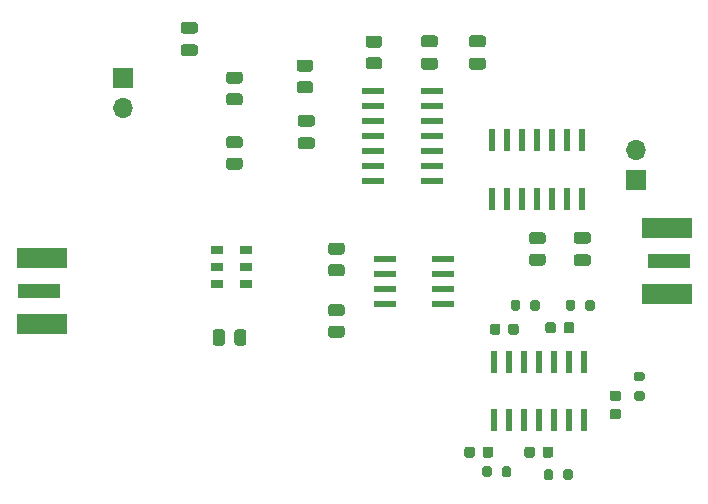
<source format=gbr>
%TF.GenerationSoftware,KiCad,Pcbnew,(5.1.9)-1*%
%TF.CreationDate,2021-02-11T15:57:48-05:00*%
%TF.ProjectId,DemodulatorCircuit,44656d6f-6475-46c6-9174-6f7243697263,rev?*%
%TF.SameCoordinates,Original*%
%TF.FileFunction,Soldermask,Top*%
%TF.FilePolarity,Negative*%
%FSLAX46Y46*%
G04 Gerber Fmt 4.6, Leading zero omitted, Abs format (unit mm)*
G04 Created by KiCad (PCBNEW (5.1.9)-1) date 2021-02-11 15:57:48*
%MOMM*%
%LPD*%
G01*
G04 APERTURE LIST*
%ADD10R,0.600000X1.970000*%
%ADD11R,1.050000X0.800000*%
%ADD12R,1.970000X0.600000*%
%ADD13R,4.200000X1.750000*%
%ADD14R,3.600000X1.270000*%
%ADD15O,1.700000X1.700000*%
%ADD16R,1.700000X1.700000*%
G04 APERTURE END LIST*
D10*
%TO.C,U4*%
X74041000Y-56516500D03*
X75311000Y-56516500D03*
X76581000Y-56516500D03*
X77851000Y-56516500D03*
X79121000Y-56516500D03*
X80391000Y-56516500D03*
X81661000Y-56516500D03*
X81661000Y-61466500D03*
X80391000Y-61466500D03*
X79121000Y-61466500D03*
X77851000Y-61466500D03*
X76581000Y-61466500D03*
X75311000Y-61466500D03*
X74041000Y-61466500D03*
%TD*%
D11*
%TO.C,U3*%
X53064000Y-47114000D03*
X53064000Y-48514000D03*
X53064000Y-49914000D03*
X50614000Y-49914000D03*
X50614000Y-48514000D03*
X50614000Y-47114000D03*
%TD*%
D12*
%TO.C,U2*%
X68769000Y-33655000D03*
X68769000Y-34925000D03*
X68769000Y-36195000D03*
X68769000Y-37465000D03*
X68769000Y-38735000D03*
X68769000Y-40005000D03*
X68769000Y-41275000D03*
X63819000Y-41275000D03*
X63819000Y-40005000D03*
X63819000Y-38735000D03*
X63819000Y-37465000D03*
X63819000Y-36195000D03*
X63819000Y-34925000D03*
X63819000Y-33655000D03*
%TD*%
%TO.C,U1*%
X69780000Y-47879000D03*
X69780000Y-49149000D03*
X69780000Y-50419000D03*
X69780000Y-51689000D03*
X64840000Y-51689000D03*
X64840000Y-50419000D03*
X64840000Y-49149000D03*
X64840000Y-47879000D03*
%TD*%
D13*
%TO.C,J3*%
X88700000Y-45181000D03*
X88700000Y-50831000D03*
D14*
X88900000Y-48006000D03*
%TD*%
D13*
%TO.C,J1*%
X35760000Y-53371000D03*
X35760000Y-47721000D03*
D14*
X35560000Y-50546000D03*
%TD*%
D10*
%TO.C,IC2*%
X73914000Y-37784000D03*
X75184000Y-37784000D03*
X76454000Y-37784000D03*
X77724000Y-37784000D03*
X78994000Y-37784000D03*
X80264000Y-37784000D03*
X81534000Y-37784000D03*
X81534000Y-42734000D03*
X80264000Y-42734000D03*
X78994000Y-42734000D03*
X77724000Y-42734000D03*
X76454000Y-42734000D03*
X75184000Y-42734000D03*
X73914000Y-42734000D03*
%TD*%
%TO.C,R_Inv_1*%
G36*
G01*
X74720000Y-66124500D02*
X74720000Y-65574500D01*
G75*
G02*
X74920000Y-65374500I200000J0D01*
G01*
X75320000Y-65374500D01*
G75*
G02*
X75520000Y-65574500I0J-200000D01*
G01*
X75520000Y-66124500D01*
G75*
G02*
X75320000Y-66324500I-200000J0D01*
G01*
X74920000Y-66324500D01*
G75*
G02*
X74720000Y-66124500I0J200000D01*
G01*
G37*
G36*
G01*
X73070000Y-66124500D02*
X73070000Y-65574500D01*
G75*
G02*
X73270000Y-65374500I200000J0D01*
G01*
X73670000Y-65374500D01*
G75*
G02*
X73870000Y-65574500I0J-200000D01*
G01*
X73870000Y-66124500D01*
G75*
G02*
X73670000Y-66324500I-200000J0D01*
G01*
X73270000Y-66324500D01*
G75*
G02*
X73070000Y-66124500I0J200000D01*
G01*
G37*
%TD*%
%TO.C,C_Inv_5*%
G36*
G01*
X84078000Y-60523000D02*
X84578000Y-60523000D01*
G75*
G02*
X84803000Y-60748000I0J-225000D01*
G01*
X84803000Y-61198000D01*
G75*
G02*
X84578000Y-61423000I-225000J0D01*
G01*
X84078000Y-61423000D01*
G75*
G02*
X83853000Y-61198000I0J225000D01*
G01*
X83853000Y-60748000D01*
G75*
G02*
X84078000Y-60523000I225000J0D01*
G01*
G37*
G36*
G01*
X84078000Y-58973000D02*
X84578000Y-58973000D01*
G75*
G02*
X84803000Y-59198000I0J-225000D01*
G01*
X84803000Y-59648000D01*
G75*
G02*
X84578000Y-59873000I-225000J0D01*
G01*
X84078000Y-59873000D01*
G75*
G02*
X83853000Y-59648000I0J225000D01*
G01*
X83853000Y-59198000D01*
G75*
G02*
X84078000Y-58973000I225000J0D01*
G01*
G37*
%TD*%
%TO.C,C_Inv_4*%
G36*
G01*
X74605000Y-53534500D02*
X74605000Y-54034500D01*
G75*
G02*
X74380000Y-54259500I-225000J0D01*
G01*
X73930000Y-54259500D01*
G75*
G02*
X73705000Y-54034500I0J225000D01*
G01*
X73705000Y-53534500D01*
G75*
G02*
X73930000Y-53309500I225000J0D01*
G01*
X74380000Y-53309500D01*
G75*
G02*
X74605000Y-53534500I0J-225000D01*
G01*
G37*
G36*
G01*
X76155000Y-53534500D02*
X76155000Y-54034500D01*
G75*
G02*
X75930000Y-54259500I-225000J0D01*
G01*
X75480000Y-54259500D01*
G75*
G02*
X75255000Y-54034500I0J225000D01*
G01*
X75255000Y-53534500D01*
G75*
G02*
X75480000Y-53309500I225000J0D01*
G01*
X75930000Y-53309500D01*
G75*
G02*
X76155000Y-53534500I0J-225000D01*
G01*
G37*
%TD*%
%TO.C,C_Inv_3*%
G36*
G01*
X79304000Y-53407500D02*
X79304000Y-53907500D01*
G75*
G02*
X79079000Y-54132500I-225000J0D01*
G01*
X78629000Y-54132500D01*
G75*
G02*
X78404000Y-53907500I0J225000D01*
G01*
X78404000Y-53407500D01*
G75*
G02*
X78629000Y-53182500I225000J0D01*
G01*
X79079000Y-53182500D01*
G75*
G02*
X79304000Y-53407500I0J-225000D01*
G01*
G37*
G36*
G01*
X80854000Y-53407500D02*
X80854000Y-53907500D01*
G75*
G02*
X80629000Y-54132500I-225000J0D01*
G01*
X80179000Y-54132500D01*
G75*
G02*
X79954000Y-53907500I0J225000D01*
G01*
X79954000Y-53407500D01*
G75*
G02*
X80179000Y-53182500I225000J0D01*
G01*
X80629000Y-53182500D01*
G75*
G02*
X80854000Y-53407500I0J-225000D01*
G01*
G37*
%TD*%
%TO.C,C_Inv_2*%
G36*
G01*
X77526000Y-63948500D02*
X77526000Y-64448500D01*
G75*
G02*
X77301000Y-64673500I-225000J0D01*
G01*
X76851000Y-64673500D01*
G75*
G02*
X76626000Y-64448500I0J225000D01*
G01*
X76626000Y-63948500D01*
G75*
G02*
X76851000Y-63723500I225000J0D01*
G01*
X77301000Y-63723500D01*
G75*
G02*
X77526000Y-63948500I0J-225000D01*
G01*
G37*
G36*
G01*
X79076000Y-63948500D02*
X79076000Y-64448500D01*
G75*
G02*
X78851000Y-64673500I-225000J0D01*
G01*
X78401000Y-64673500D01*
G75*
G02*
X78176000Y-64448500I0J225000D01*
G01*
X78176000Y-63948500D01*
G75*
G02*
X78401000Y-63723500I225000J0D01*
G01*
X78851000Y-63723500D01*
G75*
G02*
X79076000Y-63948500I0J-225000D01*
G01*
G37*
%TD*%
%TO.C,C_Inv_1*%
G36*
G01*
X72446000Y-63948500D02*
X72446000Y-64448500D01*
G75*
G02*
X72221000Y-64673500I-225000J0D01*
G01*
X71771000Y-64673500D01*
G75*
G02*
X71546000Y-64448500I0J225000D01*
G01*
X71546000Y-63948500D01*
G75*
G02*
X71771000Y-63723500I225000J0D01*
G01*
X72221000Y-63723500D01*
G75*
G02*
X72446000Y-63948500I0J-225000D01*
G01*
G37*
G36*
G01*
X73996000Y-63948500D02*
X73996000Y-64448500D01*
G75*
G02*
X73771000Y-64673500I-225000J0D01*
G01*
X73321000Y-64673500D01*
G75*
G02*
X73096000Y-64448500I0J225000D01*
G01*
X73096000Y-63948500D01*
G75*
G02*
X73321000Y-63723500I225000J0D01*
G01*
X73771000Y-63723500D01*
G75*
G02*
X73996000Y-63948500I0J-225000D01*
G01*
G37*
%TD*%
%TO.C,R_Inv_5*%
G36*
G01*
X86635000Y-58185500D02*
X86085000Y-58185500D01*
G75*
G02*
X85885000Y-57985500I0J200000D01*
G01*
X85885000Y-57585500D01*
G75*
G02*
X86085000Y-57385500I200000J0D01*
G01*
X86635000Y-57385500D01*
G75*
G02*
X86835000Y-57585500I0J-200000D01*
G01*
X86835000Y-57985500D01*
G75*
G02*
X86635000Y-58185500I-200000J0D01*
G01*
G37*
G36*
G01*
X86635000Y-59835500D02*
X86085000Y-59835500D01*
G75*
G02*
X85885000Y-59635500I0J200000D01*
G01*
X85885000Y-59235500D01*
G75*
G02*
X86085000Y-59035500I200000J0D01*
G01*
X86635000Y-59035500D01*
G75*
G02*
X86835000Y-59235500I0J-200000D01*
G01*
X86835000Y-59635500D01*
G75*
G02*
X86635000Y-59835500I-200000J0D01*
G01*
G37*
%TD*%
%TO.C,R_Inv_4*%
G36*
G01*
X77133000Y-52027500D02*
X77133000Y-51477500D01*
G75*
G02*
X77333000Y-51277500I200000J0D01*
G01*
X77733000Y-51277500D01*
G75*
G02*
X77933000Y-51477500I0J-200000D01*
G01*
X77933000Y-52027500D01*
G75*
G02*
X77733000Y-52227500I-200000J0D01*
G01*
X77333000Y-52227500D01*
G75*
G02*
X77133000Y-52027500I0J200000D01*
G01*
G37*
G36*
G01*
X75483000Y-52027500D02*
X75483000Y-51477500D01*
G75*
G02*
X75683000Y-51277500I200000J0D01*
G01*
X76083000Y-51277500D01*
G75*
G02*
X76283000Y-51477500I0J-200000D01*
G01*
X76283000Y-52027500D01*
G75*
G02*
X76083000Y-52227500I-200000J0D01*
G01*
X75683000Y-52227500D01*
G75*
G02*
X75483000Y-52027500I0J200000D01*
G01*
G37*
%TD*%
%TO.C,R_Inv_3*%
G36*
G01*
X81768500Y-52027500D02*
X81768500Y-51477500D01*
G75*
G02*
X81968500Y-51277500I200000J0D01*
G01*
X82368500Y-51277500D01*
G75*
G02*
X82568500Y-51477500I0J-200000D01*
G01*
X82568500Y-52027500D01*
G75*
G02*
X82368500Y-52227500I-200000J0D01*
G01*
X81968500Y-52227500D01*
G75*
G02*
X81768500Y-52027500I0J200000D01*
G01*
G37*
G36*
G01*
X80118500Y-52027500D02*
X80118500Y-51477500D01*
G75*
G02*
X80318500Y-51277500I200000J0D01*
G01*
X80718500Y-51277500D01*
G75*
G02*
X80918500Y-51477500I0J-200000D01*
G01*
X80918500Y-52027500D01*
G75*
G02*
X80718500Y-52227500I-200000J0D01*
G01*
X80318500Y-52227500D01*
G75*
G02*
X80118500Y-52027500I0J200000D01*
G01*
G37*
%TD*%
%TO.C,R_Inv_2*%
G36*
G01*
X79927000Y-66378500D02*
X79927000Y-65828500D01*
G75*
G02*
X80127000Y-65628500I200000J0D01*
G01*
X80527000Y-65628500D01*
G75*
G02*
X80727000Y-65828500I0J-200000D01*
G01*
X80727000Y-66378500D01*
G75*
G02*
X80527000Y-66578500I-200000J0D01*
G01*
X80127000Y-66578500D01*
G75*
G02*
X79927000Y-66378500I0J200000D01*
G01*
G37*
G36*
G01*
X78277000Y-66378500D02*
X78277000Y-65828500D01*
G75*
G02*
X78477000Y-65628500I200000J0D01*
G01*
X78877000Y-65628500D01*
G75*
G02*
X79077000Y-65828500I0J-200000D01*
G01*
X79077000Y-66378500D01*
G75*
G02*
X78877000Y-66578500I-200000J0D01*
G01*
X78477000Y-66578500D01*
G75*
G02*
X78277000Y-66378500I0J200000D01*
G01*
G37*
%TD*%
D15*
%TO.C,Jout1*%
X86106000Y-38608000D03*
D16*
X86106000Y-41148000D03*
%TD*%
D15*
%TO.C,J2*%
X42672000Y-35052000D03*
D16*
X42672000Y-32512000D03*
%TD*%
%TO.C,Rout1*%
G36*
G01*
X78174002Y-46590000D02*
X77273998Y-46590000D01*
G75*
G02*
X77024000Y-46340002I0J249998D01*
G01*
X77024000Y-45814998D01*
G75*
G02*
X77273998Y-45565000I249998J0D01*
G01*
X78174002Y-45565000D01*
G75*
G02*
X78424000Y-45814998I0J-249998D01*
G01*
X78424000Y-46340002D01*
G75*
G02*
X78174002Y-46590000I-249998J0D01*
G01*
G37*
G36*
G01*
X78174002Y-48415000D02*
X77273998Y-48415000D01*
G75*
G02*
X77024000Y-48165002I0J249998D01*
G01*
X77024000Y-47639998D01*
G75*
G02*
X77273998Y-47390000I249998J0D01*
G01*
X78174002Y-47390000D01*
G75*
G02*
X78424000Y-47639998I0J-249998D01*
G01*
X78424000Y-48165002D01*
G75*
G02*
X78174002Y-48415000I-249998J0D01*
G01*
G37*
%TD*%
%TO.C,RJumper1*%
G36*
G01*
X51265500Y-54032998D02*
X51265500Y-54933002D01*
G75*
G02*
X51015502Y-55183000I-249998J0D01*
G01*
X50490498Y-55183000D01*
G75*
G02*
X50240500Y-54933002I0J249998D01*
G01*
X50240500Y-54032998D01*
G75*
G02*
X50490498Y-53783000I249998J0D01*
G01*
X51015502Y-53783000D01*
G75*
G02*
X51265500Y-54032998I0J-249998D01*
G01*
G37*
G36*
G01*
X53090500Y-54032998D02*
X53090500Y-54933002D01*
G75*
G02*
X52840502Y-55183000I-249998J0D01*
G01*
X52315498Y-55183000D01*
G75*
G02*
X52065500Y-54933002I0J249998D01*
G01*
X52065500Y-54032998D01*
G75*
G02*
X52315498Y-53783000I249998J0D01*
G01*
X52840502Y-53783000D01*
G75*
G02*
X53090500Y-54032998I0J-249998D01*
G01*
G37*
%TD*%
%TO.C,RFB2*%
G36*
G01*
X57588998Y-32785000D02*
X58489002Y-32785000D01*
G75*
G02*
X58739000Y-33034998I0J-249998D01*
G01*
X58739000Y-33560002D01*
G75*
G02*
X58489002Y-33810000I-249998J0D01*
G01*
X57588998Y-33810000D01*
G75*
G02*
X57339000Y-33560002I0J249998D01*
G01*
X57339000Y-33034998D01*
G75*
G02*
X57588998Y-32785000I249998J0D01*
G01*
G37*
G36*
G01*
X57588998Y-30960000D02*
X58489002Y-30960000D01*
G75*
G02*
X58739000Y-31209998I0J-249998D01*
G01*
X58739000Y-31735002D01*
G75*
G02*
X58489002Y-31985000I-249998J0D01*
G01*
X57588998Y-31985000D01*
G75*
G02*
X57339000Y-31735002I0J249998D01*
G01*
X57339000Y-31209998D01*
G75*
G02*
X57588998Y-30960000I249998J0D01*
G01*
G37*
%TD*%
%TO.C,R_CMG1*%
G36*
G01*
X63430998Y-30753000D02*
X64331002Y-30753000D01*
G75*
G02*
X64581000Y-31002998I0J-249998D01*
G01*
X64581000Y-31528002D01*
G75*
G02*
X64331002Y-31778000I-249998J0D01*
G01*
X63430998Y-31778000D01*
G75*
G02*
X63181000Y-31528002I0J249998D01*
G01*
X63181000Y-31002998D01*
G75*
G02*
X63430998Y-30753000I249998J0D01*
G01*
G37*
G36*
G01*
X63430998Y-28928000D02*
X64331002Y-28928000D01*
G75*
G02*
X64581000Y-29177998I0J-249998D01*
G01*
X64581000Y-29703002D01*
G75*
G02*
X64331002Y-29953000I-249998J0D01*
G01*
X63430998Y-29953000D01*
G75*
G02*
X63181000Y-29703002I0J249998D01*
G01*
X63181000Y-29177998D01*
G75*
G02*
X63430998Y-28928000I249998J0D01*
G01*
G37*
%TD*%
%TO.C,R4*%
G36*
G01*
X60255998Y-53486000D02*
X61156002Y-53486000D01*
G75*
G02*
X61406000Y-53735998I0J-249998D01*
G01*
X61406000Y-54261002D01*
G75*
G02*
X61156002Y-54511000I-249998J0D01*
G01*
X60255998Y-54511000D01*
G75*
G02*
X60006000Y-54261002I0J249998D01*
G01*
X60006000Y-53735998D01*
G75*
G02*
X60255998Y-53486000I249998J0D01*
G01*
G37*
G36*
G01*
X60255998Y-51661000D02*
X61156002Y-51661000D01*
G75*
G02*
X61406000Y-51910998I0J-249998D01*
G01*
X61406000Y-52436002D01*
G75*
G02*
X61156002Y-52686000I-249998J0D01*
G01*
X60255998Y-52686000D01*
G75*
G02*
X60006000Y-52436002I0J249998D01*
G01*
X60006000Y-51910998D01*
G75*
G02*
X60255998Y-51661000I249998J0D01*
G01*
G37*
%TD*%
%TO.C,R3*%
G36*
G01*
X60255998Y-48279000D02*
X61156002Y-48279000D01*
G75*
G02*
X61406000Y-48528998I0J-249998D01*
G01*
X61406000Y-49054002D01*
G75*
G02*
X61156002Y-49304000I-249998J0D01*
G01*
X60255998Y-49304000D01*
G75*
G02*
X60006000Y-49054002I0J249998D01*
G01*
X60006000Y-48528998D01*
G75*
G02*
X60255998Y-48279000I249998J0D01*
G01*
G37*
G36*
G01*
X60255998Y-46454000D02*
X61156002Y-46454000D01*
G75*
G02*
X61406000Y-46703998I0J-249998D01*
G01*
X61406000Y-47229002D01*
G75*
G02*
X61156002Y-47479000I-249998J0D01*
G01*
X60255998Y-47479000D01*
G75*
G02*
X60006000Y-47229002I0J249998D01*
G01*
X60006000Y-46703998D01*
G75*
G02*
X60255998Y-46454000I249998J0D01*
G01*
G37*
%TD*%
%TO.C,R2*%
G36*
G01*
X51619998Y-39262000D02*
X52520002Y-39262000D01*
G75*
G02*
X52770000Y-39511998I0J-249998D01*
G01*
X52770000Y-40037002D01*
G75*
G02*
X52520002Y-40287000I-249998J0D01*
G01*
X51619998Y-40287000D01*
G75*
G02*
X51370000Y-40037002I0J249998D01*
G01*
X51370000Y-39511998D01*
G75*
G02*
X51619998Y-39262000I249998J0D01*
G01*
G37*
G36*
G01*
X51619998Y-37437000D02*
X52520002Y-37437000D01*
G75*
G02*
X52770000Y-37686998I0J-249998D01*
G01*
X52770000Y-38212002D01*
G75*
G02*
X52520002Y-38462000I-249998J0D01*
G01*
X51619998Y-38462000D01*
G75*
G02*
X51370000Y-38212002I0J249998D01*
G01*
X51370000Y-37686998D01*
G75*
G02*
X51619998Y-37437000I249998J0D01*
G01*
G37*
%TD*%
%TO.C,R1*%
G36*
G01*
X51619998Y-33801000D02*
X52520002Y-33801000D01*
G75*
G02*
X52770000Y-34050998I0J-249998D01*
G01*
X52770000Y-34576002D01*
G75*
G02*
X52520002Y-34826000I-249998J0D01*
G01*
X51619998Y-34826000D01*
G75*
G02*
X51370000Y-34576002I0J249998D01*
G01*
X51370000Y-34050998D01*
G75*
G02*
X51619998Y-33801000I249998J0D01*
G01*
G37*
G36*
G01*
X51619998Y-31976000D02*
X52520002Y-31976000D01*
G75*
G02*
X52770000Y-32225998I0J-249998D01*
G01*
X52770000Y-32751002D01*
G75*
G02*
X52520002Y-33001000I-249998J0D01*
G01*
X51619998Y-33001000D01*
G75*
G02*
X51370000Y-32751002I0J249998D01*
G01*
X51370000Y-32225998D01*
G75*
G02*
X51619998Y-31976000I249998J0D01*
G01*
G37*
%TD*%
%TO.C,Cout1*%
G36*
G01*
X82009000Y-46540000D02*
X81059000Y-46540000D01*
G75*
G02*
X80809000Y-46290000I0J250000D01*
G01*
X80809000Y-45790000D01*
G75*
G02*
X81059000Y-45540000I250000J0D01*
G01*
X82009000Y-45540000D01*
G75*
G02*
X82259000Y-45790000I0J-250000D01*
G01*
X82259000Y-46290000D01*
G75*
G02*
X82009000Y-46540000I-250000J0D01*
G01*
G37*
G36*
G01*
X82009000Y-48440000D02*
X81059000Y-48440000D01*
G75*
G02*
X80809000Y-48190000I0J250000D01*
G01*
X80809000Y-47690000D01*
G75*
G02*
X81059000Y-47440000I250000J0D01*
G01*
X82009000Y-47440000D01*
G75*
G02*
X82259000Y-47690000I0J-250000D01*
G01*
X82259000Y-48190000D01*
G75*
G02*
X82009000Y-48440000I-250000J0D01*
G01*
G37*
%TD*%
%TO.C,Cin1*%
G36*
G01*
X57691000Y-37534000D02*
X58641000Y-37534000D01*
G75*
G02*
X58891000Y-37784000I0J-250000D01*
G01*
X58891000Y-38284000D01*
G75*
G02*
X58641000Y-38534000I-250000J0D01*
G01*
X57691000Y-38534000D01*
G75*
G02*
X57441000Y-38284000I0J250000D01*
G01*
X57441000Y-37784000D01*
G75*
G02*
X57691000Y-37534000I250000J0D01*
G01*
G37*
G36*
G01*
X57691000Y-35634000D02*
X58641000Y-35634000D01*
G75*
G02*
X58891000Y-35884000I0J-250000D01*
G01*
X58891000Y-36384000D01*
G75*
G02*
X58641000Y-36634000I-250000J0D01*
G01*
X57691000Y-36634000D01*
G75*
G02*
X57441000Y-36384000I0J250000D01*
G01*
X57441000Y-35884000D01*
G75*
G02*
X57691000Y-35634000I250000J0D01*
G01*
G37*
%TD*%
%TO.C,CC1*%
G36*
G01*
X47785000Y-29660000D02*
X48735000Y-29660000D01*
G75*
G02*
X48985000Y-29910000I0J-250000D01*
G01*
X48985000Y-30410000D01*
G75*
G02*
X48735000Y-30660000I-250000J0D01*
G01*
X47785000Y-30660000D01*
G75*
G02*
X47535000Y-30410000I0J250000D01*
G01*
X47535000Y-29910000D01*
G75*
G02*
X47785000Y-29660000I250000J0D01*
G01*
G37*
G36*
G01*
X47785000Y-27760000D02*
X48735000Y-27760000D01*
G75*
G02*
X48985000Y-28010000I0J-250000D01*
G01*
X48985000Y-28510000D01*
G75*
G02*
X48735000Y-28760000I-250000J0D01*
G01*
X47785000Y-28760000D01*
G75*
G02*
X47535000Y-28510000I0J250000D01*
G01*
X47535000Y-28010000D01*
G75*
G02*
X47785000Y-27760000I250000J0D01*
G01*
G37*
%TD*%
%TO.C,C_CMG1*%
G36*
G01*
X68105000Y-30803000D02*
X69055000Y-30803000D01*
G75*
G02*
X69305000Y-31053000I0J-250000D01*
G01*
X69305000Y-31553000D01*
G75*
G02*
X69055000Y-31803000I-250000J0D01*
G01*
X68105000Y-31803000D01*
G75*
G02*
X67855000Y-31553000I0J250000D01*
G01*
X67855000Y-31053000D01*
G75*
G02*
X68105000Y-30803000I250000J0D01*
G01*
G37*
G36*
G01*
X68105000Y-28903000D02*
X69055000Y-28903000D01*
G75*
G02*
X69305000Y-29153000I0J-250000D01*
G01*
X69305000Y-29653000D01*
G75*
G02*
X69055000Y-29903000I-250000J0D01*
G01*
X68105000Y-29903000D01*
G75*
G02*
X67855000Y-29653000I0J250000D01*
G01*
X67855000Y-29153000D01*
G75*
G02*
X68105000Y-28903000I250000J0D01*
G01*
G37*
%TD*%
%TO.C,C2*%
G36*
G01*
X72169000Y-30803000D02*
X73119000Y-30803000D01*
G75*
G02*
X73369000Y-31053000I0J-250000D01*
G01*
X73369000Y-31553000D01*
G75*
G02*
X73119000Y-31803000I-250000J0D01*
G01*
X72169000Y-31803000D01*
G75*
G02*
X71919000Y-31553000I0J250000D01*
G01*
X71919000Y-31053000D01*
G75*
G02*
X72169000Y-30803000I250000J0D01*
G01*
G37*
G36*
G01*
X72169000Y-28903000D02*
X73119000Y-28903000D01*
G75*
G02*
X73369000Y-29153000I0J-250000D01*
G01*
X73369000Y-29653000D01*
G75*
G02*
X73119000Y-29903000I-250000J0D01*
G01*
X72169000Y-29903000D01*
G75*
G02*
X71919000Y-29653000I0J250000D01*
G01*
X71919000Y-29153000D01*
G75*
G02*
X72169000Y-28903000I250000J0D01*
G01*
G37*
%TD*%
M02*

</source>
